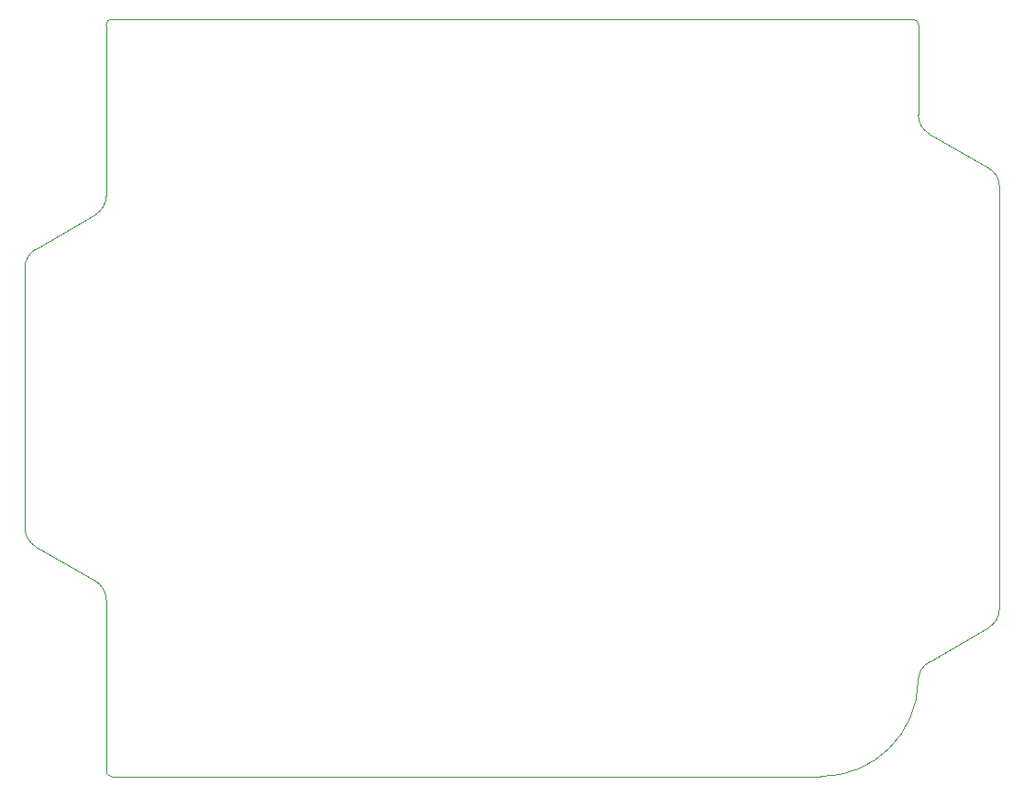
<source format=gm1>
G04 #@! TF.GenerationSoftware,KiCad,Pcbnew,(5.1.4)-1*
G04 #@! TF.CreationDate,2020-08-18T21:21:43-04:00*
G04 #@! TF.ProjectId,EBoard Sidecar,45426f61-7264-4205-9369-64656361722e,rev?*
G04 #@! TF.SameCoordinates,Original*
G04 #@! TF.FileFunction,Profile,NP*
%FSLAX46Y46*%
G04 Gerber Fmt 4.6, Leading zero omitted, Abs format (unit mm)*
G04 Created by KiCad (PCBNEW (5.1.4)-1) date 2020-08-18 21:21:43*
%MOMM*%
%LPD*%
G04 APERTURE LIST*
%ADD10C,0.101600*%
G04 APERTURE END LIST*
D10*
X181500000Y-88752777D02*
G75*
G02X182500000Y-90484828I-1000000J-1732051D01*
G01*
X182499999Y-129515172D02*
X182500000Y-90484828D01*
X174500000Y-75000000D02*
X100500000Y-75000000D01*
X99000000Y-93077351D02*
X93500001Y-96252777D01*
X175998903Y-134423282D02*
X181499999Y-131247223D01*
X181499999Y-88752777D02*
X176000000Y-85577351D01*
X100000000Y-75500000D02*
X100000000Y-91345300D01*
X174999102Y-136127090D02*
G75*
G02X175998903Y-134423282I1999801J-28243D01*
G01*
X99000000Y-126922649D02*
G75*
G02X100000000Y-128654700I-1000000J-1732051D01*
G01*
X93500000Y-123747223D02*
X99000000Y-126922649D01*
X100500000Y-145000000D02*
G75*
G02X100000000Y-144500000I0J500000D01*
G01*
X92500001Y-97984828D02*
X92500000Y-122015172D01*
X174500000Y-75000000D02*
G75*
G02X175000000Y-75500000I0J-500000D01*
G01*
X174999103Y-136127091D02*
G75*
G02X166000000Y-145000000I-8999103J127091D01*
G01*
X93500000Y-123747224D02*
G75*
G02X92500000Y-122015172I1000001J1732052D01*
G01*
X100000000Y-128654700D02*
X100000000Y-144500000D01*
X92500001Y-97984828D02*
G75*
G02X93500001Y-96252777I2000000J0D01*
G01*
X175000000Y-83845300D02*
X175000000Y-75500000D01*
X182499999Y-129515172D02*
G75*
G02X181499999Y-131247223I-2000000J0D01*
G01*
X100500000Y-145000000D02*
X166000000Y-145000000D01*
X100000000Y-91345300D02*
G75*
G02X99000000Y-93077351I-2000000J0D01*
G01*
X100000000Y-75500000D02*
G75*
G02X100500000Y-75000000I500000J0D01*
G01*
X175999999Y-85577350D02*
G75*
G02X175000000Y-83845300I1000000J1732050D01*
G01*
M02*

</source>
